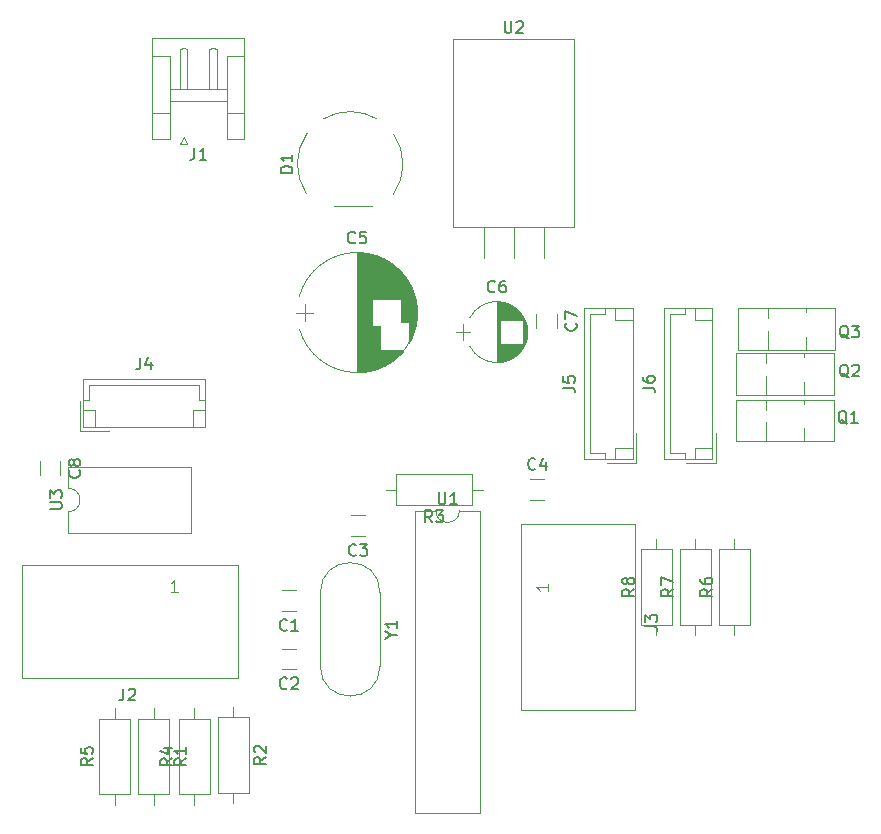
<source format=gbr>
G04 #@! TF.FileFunction,Legend,Top*
%FSLAX46Y46*%
G04 Gerber Fmt 4.6, Leading zero omitted, Abs format (unit mm)*
G04 Created by KiCad (PCBNEW 4.0.7) date 03/17/18 14:29:31*
%MOMM*%
%LPD*%
G01*
G04 APERTURE LIST*
%ADD10C,0.100000*%
%ADD11C,0.120000*%
%ADD12C,0.150000*%
G04 APERTURE END LIST*
D10*
D11*
X210086000Y-101964000D02*
X214186000Y-101964000D01*
X214186000Y-101964000D02*
X214186000Y-89164000D01*
X214186000Y-89164000D02*
X210086000Y-89164000D01*
X210086000Y-89164000D02*
X210086000Y-101964000D01*
X211836000Y-101964000D02*
X211836000Y-101464000D01*
X211836000Y-101464000D02*
X210586000Y-101464000D01*
X210586000Y-101464000D02*
X210586000Y-89664000D01*
X210586000Y-89664000D02*
X211836000Y-89664000D01*
X211836000Y-89664000D02*
X211836000Y-89164000D01*
X212686000Y-101964000D02*
X212686000Y-100964000D01*
X212686000Y-100964000D02*
X214186000Y-100964000D01*
X212686000Y-89164000D02*
X212686000Y-90164000D01*
X212686000Y-90164000D02*
X214186000Y-90164000D01*
X211986000Y-102264000D02*
X214486000Y-102264000D01*
X214486000Y-102264000D02*
X214486000Y-99764000D01*
X173986000Y-120497000D02*
X155706000Y-120497000D01*
X155706000Y-120497000D02*
X155706000Y-110897000D01*
X155706000Y-110897000D02*
X173986000Y-110897000D01*
X173986000Y-110897000D02*
X173986000Y-120497000D01*
X178915000Y-114780000D02*
X177741000Y-114780000D01*
X178915000Y-113058000D02*
X177741000Y-113058000D01*
X178915000Y-119733000D02*
X177741000Y-119733000D01*
X178915000Y-118011000D02*
X177741000Y-118011000D01*
X184757000Y-108430000D02*
X183583000Y-108430000D01*
X184757000Y-106708000D02*
X183583000Y-106708000D01*
X198783000Y-103660000D02*
X199957000Y-103660000D01*
X198783000Y-105382000D02*
X199957000Y-105382000D01*
X189008437Y-88151736D02*
G75*
G03X179210643Y-88155000I-4898437J-1383264D01*
G01*
X189008437Y-90918264D02*
G75*
G02X179210643Y-90915000I-4898437J1383264D01*
G01*
X189008437Y-90918264D02*
G75*
G03X189009357Y-88155000I-4898437J1383264D01*
G01*
X184110000Y-84485000D02*
X184110000Y-94585000D01*
X184150000Y-84485000D02*
X184150000Y-94585000D01*
X184190000Y-84485000D02*
X184190000Y-94585000D01*
X184230000Y-84486000D02*
X184230000Y-94584000D01*
X184270000Y-84487000D02*
X184270000Y-94583000D01*
X184310000Y-84488000D02*
X184310000Y-94582000D01*
X184350000Y-84490000D02*
X184350000Y-94580000D01*
X184390000Y-84492000D02*
X184390000Y-94578000D01*
X184430000Y-84495000D02*
X184430000Y-94575000D01*
X184470000Y-84497000D02*
X184470000Y-94573000D01*
X184510000Y-84500000D02*
X184510000Y-94570000D01*
X184550000Y-84504000D02*
X184550000Y-94566000D01*
X184590000Y-84507000D02*
X184590000Y-94563000D01*
X184630000Y-84511000D02*
X184630000Y-94559000D01*
X184670000Y-84515000D02*
X184670000Y-94555000D01*
X184710000Y-84520000D02*
X184710000Y-94550000D01*
X184750000Y-84525000D02*
X184750000Y-94545000D01*
X184790000Y-84530000D02*
X184790000Y-94540000D01*
X184831000Y-84536000D02*
X184831000Y-94534000D01*
X184871000Y-84542000D02*
X184871000Y-94528000D01*
X184911000Y-84548000D02*
X184911000Y-94522000D01*
X184951000Y-84554000D02*
X184951000Y-94516000D01*
X184991000Y-84561000D02*
X184991000Y-94509000D01*
X185031000Y-84568000D02*
X185031000Y-94502000D01*
X185071000Y-84576000D02*
X185071000Y-94494000D01*
X185111000Y-84584000D02*
X185111000Y-94486000D01*
X185151000Y-84592000D02*
X185151000Y-94478000D01*
X185191000Y-84600000D02*
X185191000Y-94470000D01*
X185231000Y-84609000D02*
X185231000Y-94461000D01*
X185271000Y-84618000D02*
X185271000Y-94452000D01*
X185311000Y-84628000D02*
X185311000Y-94442000D01*
X185351000Y-84638000D02*
X185351000Y-94432000D01*
X185391000Y-84648000D02*
X185391000Y-94422000D01*
X185431000Y-84659000D02*
X185431000Y-88354000D01*
X185431000Y-90716000D02*
X185431000Y-94411000D01*
X185471000Y-84670000D02*
X185471000Y-88354000D01*
X185471000Y-90716000D02*
X185471000Y-94400000D01*
X185511000Y-84681000D02*
X185511000Y-88354000D01*
X185511000Y-90716000D02*
X185511000Y-94389000D01*
X185551000Y-84692000D02*
X185551000Y-88354000D01*
X185551000Y-90716000D02*
X185551000Y-94378000D01*
X185591000Y-84704000D02*
X185591000Y-88354000D01*
X185591000Y-90716000D02*
X185591000Y-94366000D01*
X185631000Y-84717000D02*
X185631000Y-88354000D01*
X185631000Y-90716000D02*
X185631000Y-94353000D01*
X185671000Y-84729000D02*
X185671000Y-88354000D01*
X185671000Y-90716000D02*
X185671000Y-94341000D01*
X185711000Y-84743000D02*
X185711000Y-88354000D01*
X185711000Y-90716000D02*
X185711000Y-94327000D01*
X185751000Y-84756000D02*
X185751000Y-88354000D01*
X185751000Y-90716000D02*
X185751000Y-94314000D01*
X185791000Y-84770000D02*
X185791000Y-88354000D01*
X185791000Y-90716000D02*
X185791000Y-94300000D01*
X185831000Y-84784000D02*
X185831000Y-88354000D01*
X185831000Y-90716000D02*
X185831000Y-94286000D01*
X185871000Y-84798000D02*
X185871000Y-88354000D01*
X185871000Y-90716000D02*
X185871000Y-94272000D01*
X185911000Y-84813000D02*
X185911000Y-88354000D01*
X185911000Y-90716000D02*
X185911000Y-94257000D01*
X185951000Y-84829000D02*
X185951000Y-88354000D01*
X185951000Y-90716000D02*
X185951000Y-94241000D01*
X185991000Y-84844000D02*
X185991000Y-88354000D01*
X185991000Y-90716000D02*
X185991000Y-94226000D01*
X186031000Y-84861000D02*
X186031000Y-88354000D01*
X186031000Y-90716000D02*
X186031000Y-94209000D01*
X186071000Y-84877000D02*
X186071000Y-88354000D01*
X186071000Y-90716000D02*
X186071000Y-94193000D01*
X186111000Y-84894000D02*
X186111000Y-88354000D01*
X186111000Y-92715000D02*
X186111000Y-94176000D01*
X186151000Y-84911000D02*
X186151000Y-88354000D01*
X186151000Y-92715000D02*
X186151000Y-94159000D01*
X186191000Y-84929000D02*
X186191000Y-88354000D01*
X186191000Y-92715000D02*
X186191000Y-94141000D01*
X186231000Y-84947000D02*
X186231000Y-88354000D01*
X186231000Y-92715000D02*
X186231000Y-94123000D01*
X186271000Y-84966000D02*
X186271000Y-88354000D01*
X186271000Y-92715000D02*
X186271000Y-94104000D01*
X186311000Y-84985000D02*
X186311000Y-88354000D01*
X186311000Y-92715000D02*
X186311000Y-94085000D01*
X186351000Y-85004000D02*
X186351000Y-88354000D01*
X186351000Y-92715000D02*
X186351000Y-94066000D01*
X186391000Y-85024000D02*
X186391000Y-88354000D01*
X186391000Y-92715000D02*
X186391000Y-94046000D01*
X186431000Y-85044000D02*
X186431000Y-88354000D01*
X186431000Y-92715000D02*
X186431000Y-94026000D01*
X186471000Y-85065000D02*
X186471000Y-88354000D01*
X186471000Y-92715000D02*
X186471000Y-94005000D01*
X186511000Y-85086000D02*
X186511000Y-88354000D01*
X186511000Y-92715000D02*
X186511000Y-93984000D01*
X186551000Y-85107000D02*
X186551000Y-88354000D01*
X186551000Y-92715000D02*
X186551000Y-93963000D01*
X186591000Y-85130000D02*
X186591000Y-88354000D01*
X186591000Y-92715000D02*
X186591000Y-93940000D01*
X186631000Y-85152000D02*
X186631000Y-88354000D01*
X186631000Y-92715000D02*
X186631000Y-93918000D01*
X186671000Y-85175000D02*
X186671000Y-88354000D01*
X186671000Y-92715000D02*
X186671000Y-93895000D01*
X186711000Y-85199000D02*
X186711000Y-88354000D01*
X186711000Y-92715000D02*
X186711000Y-93871000D01*
X186751000Y-85223000D02*
X186751000Y-88354000D01*
X186751000Y-92715000D02*
X186751000Y-93847000D01*
X186791000Y-85247000D02*
X186791000Y-88354000D01*
X186791000Y-92715000D02*
X186791000Y-93823000D01*
X186831000Y-85272000D02*
X186831000Y-88354000D01*
X186831000Y-92715000D02*
X186831000Y-93798000D01*
X186871000Y-85298000D02*
X186871000Y-88354000D01*
X186871000Y-92715000D02*
X186871000Y-93772000D01*
X186911000Y-85324000D02*
X186911000Y-88354000D01*
X186911000Y-92715000D02*
X186911000Y-93746000D01*
X186951000Y-85350000D02*
X186951000Y-88354000D01*
X186951000Y-92715000D02*
X186951000Y-93720000D01*
X186991000Y-85378000D02*
X186991000Y-88354000D01*
X186991000Y-92715000D02*
X186991000Y-93692000D01*
X187031000Y-85405000D02*
X187031000Y-88354000D01*
X187031000Y-92715000D02*
X187031000Y-93665000D01*
X187071000Y-85434000D02*
X187071000Y-88354000D01*
X187071000Y-92715000D02*
X187071000Y-93636000D01*
X187111000Y-85463000D02*
X187111000Y-88354000D01*
X187111000Y-92715000D02*
X187111000Y-93607000D01*
X187151000Y-85492000D02*
X187151000Y-88354000D01*
X187151000Y-92715000D02*
X187151000Y-93578000D01*
X187191000Y-85522000D02*
X187191000Y-88354000D01*
X187191000Y-92715000D02*
X187191000Y-93548000D01*
X187231000Y-85553000D02*
X187231000Y-88354000D01*
X187231000Y-92715000D02*
X187231000Y-93517000D01*
X187271000Y-85584000D02*
X187271000Y-88354000D01*
X187271000Y-92715000D02*
X187271000Y-93486000D01*
X187311000Y-85616000D02*
X187311000Y-88354000D01*
X187311000Y-92715000D02*
X187311000Y-93454000D01*
X187351000Y-85649000D02*
X187351000Y-88354000D01*
X187351000Y-92715000D02*
X187351000Y-93421000D01*
X187391000Y-85682000D02*
X187391000Y-88354000D01*
X187391000Y-92715000D02*
X187391000Y-93388000D01*
X187431000Y-85716000D02*
X187431000Y-88354000D01*
X187431000Y-92715000D02*
X187431000Y-93354000D01*
X187471000Y-85751000D02*
X187471000Y-88354000D01*
X187471000Y-92715000D02*
X187471000Y-93319000D01*
X187511000Y-85787000D02*
X187511000Y-88354000D01*
X187511000Y-92715000D02*
X187511000Y-93283000D01*
X187551000Y-85823000D02*
X187551000Y-88354000D01*
X187551000Y-92715000D02*
X187551000Y-93247000D01*
X187591000Y-85860000D02*
X187591000Y-88354000D01*
X187591000Y-92715000D02*
X187591000Y-93210000D01*
X187631000Y-85898000D02*
X187631000Y-88354000D01*
X187631000Y-92715000D02*
X187631000Y-93172000D01*
X187671000Y-85937000D02*
X187671000Y-88354000D01*
X187671000Y-92715000D02*
X187671000Y-93133000D01*
X187711000Y-85976000D02*
X187711000Y-88354000D01*
X187711000Y-92715000D02*
X187711000Y-93094000D01*
X187751000Y-86017000D02*
X187751000Y-88354000D01*
X187751000Y-92715000D02*
X187751000Y-93053000D01*
X187791000Y-86058000D02*
X187791000Y-90355000D01*
X187791000Y-92715000D02*
X187791000Y-93012000D01*
X187831000Y-86100000D02*
X187831000Y-90355000D01*
X187831000Y-92715000D02*
X187831000Y-92970000D01*
X187871000Y-86144000D02*
X187871000Y-90355000D01*
X187871000Y-92715000D02*
X187871000Y-92926000D01*
X187911000Y-86188000D02*
X187911000Y-90355000D01*
X187911000Y-92715000D02*
X187911000Y-92882000D01*
X187951000Y-86233000D02*
X187951000Y-90355000D01*
X187951000Y-92715000D02*
X187951000Y-92837000D01*
X187991000Y-86280000D02*
X187991000Y-90355000D01*
X187991000Y-92715000D02*
X187991000Y-92790000D01*
X188031000Y-86328000D02*
X188031000Y-90355000D01*
X188031000Y-92715000D02*
X188031000Y-92742000D01*
X188071000Y-86377000D02*
X188071000Y-90355000D01*
X188111000Y-86427000D02*
X188111000Y-90355000D01*
X188151000Y-86478000D02*
X188151000Y-90355000D01*
X188191000Y-86531000D02*
X188191000Y-90355000D01*
X188231000Y-86586000D02*
X188231000Y-90355000D01*
X188271000Y-86641000D02*
X188271000Y-90355000D01*
X188311000Y-86699000D02*
X188311000Y-90355000D01*
X188351000Y-86758000D02*
X188351000Y-90355000D01*
X188391000Y-86820000D02*
X188391000Y-90355000D01*
X188431000Y-86883000D02*
X188431000Y-90355000D01*
X188471000Y-86948000D02*
X188471000Y-92122000D01*
X188511000Y-87016000D02*
X188511000Y-92054000D01*
X188551000Y-87086000D02*
X188551000Y-91984000D01*
X188591000Y-87158000D02*
X188591000Y-91912000D01*
X188631000Y-87234000D02*
X188631000Y-91836000D01*
X188671000Y-87313000D02*
X188671000Y-91757000D01*
X188711000Y-87395000D02*
X188711000Y-91675000D01*
X188751000Y-87482000D02*
X188751000Y-91588000D01*
X188791000Y-87573000D02*
X188791000Y-91497000D01*
X188831000Y-87669000D02*
X188831000Y-91401000D01*
X188871000Y-87772000D02*
X188871000Y-91298000D01*
X188911000Y-87881000D02*
X188911000Y-91189000D01*
X188951000Y-87999000D02*
X188951000Y-91071000D01*
X188991000Y-88128000D02*
X188991000Y-90942000D01*
X189031000Y-88270000D02*
X189031000Y-90800000D01*
X189071000Y-88431000D02*
X189071000Y-90639000D01*
X189111000Y-88622000D02*
X189111000Y-90448000D01*
X189151000Y-88863000D02*
X189151000Y-90207000D01*
X189191000Y-89256000D02*
X189191000Y-89814000D01*
X178910000Y-89535000D02*
X180410000Y-89535000D01*
X179660000Y-88785000D02*
X179660000Y-90285000D01*
X198246722Y-90006277D02*
G75*
G03X193635420Y-90006000I-2305722J-1179723D01*
G01*
X198246722Y-92365723D02*
G75*
G02X193635420Y-92366000I-2305722J1179723D01*
G01*
X198246722Y-92365723D02*
G75*
G03X198246580Y-90006000I-2305722J1179723D01*
G01*
X195941000Y-88636000D02*
X195941000Y-93736000D01*
X195981000Y-88636000D02*
X195981000Y-93736000D01*
X196021000Y-88637000D02*
X196021000Y-93735000D01*
X196061000Y-88638000D02*
X196061000Y-93734000D01*
X196101000Y-88640000D02*
X196101000Y-93732000D01*
X196141000Y-88643000D02*
X196141000Y-93729000D01*
X196181000Y-88647000D02*
X196181000Y-93725000D01*
X196221000Y-88651000D02*
X196221000Y-90206000D01*
X196221000Y-92166000D02*
X196221000Y-93721000D01*
X196261000Y-88655000D02*
X196261000Y-90206000D01*
X196261000Y-92166000D02*
X196261000Y-93717000D01*
X196301000Y-88661000D02*
X196301000Y-90206000D01*
X196301000Y-92166000D02*
X196301000Y-93711000D01*
X196341000Y-88667000D02*
X196341000Y-90206000D01*
X196341000Y-92166000D02*
X196341000Y-93705000D01*
X196381000Y-88673000D02*
X196381000Y-90206000D01*
X196381000Y-92166000D02*
X196381000Y-93699000D01*
X196421000Y-88680000D02*
X196421000Y-90206000D01*
X196421000Y-92166000D02*
X196421000Y-93692000D01*
X196461000Y-88688000D02*
X196461000Y-90206000D01*
X196461000Y-92166000D02*
X196461000Y-93684000D01*
X196501000Y-88697000D02*
X196501000Y-90206000D01*
X196501000Y-92166000D02*
X196501000Y-93675000D01*
X196541000Y-88706000D02*
X196541000Y-90206000D01*
X196541000Y-92166000D02*
X196541000Y-93666000D01*
X196581000Y-88716000D02*
X196581000Y-90206000D01*
X196581000Y-92166000D02*
X196581000Y-93656000D01*
X196621000Y-88726000D02*
X196621000Y-90206000D01*
X196621000Y-92166000D02*
X196621000Y-93646000D01*
X196662000Y-88738000D02*
X196662000Y-90206000D01*
X196662000Y-92166000D02*
X196662000Y-93634000D01*
X196702000Y-88750000D02*
X196702000Y-90206000D01*
X196702000Y-92166000D02*
X196702000Y-93622000D01*
X196742000Y-88762000D02*
X196742000Y-90206000D01*
X196742000Y-92166000D02*
X196742000Y-93610000D01*
X196782000Y-88776000D02*
X196782000Y-90206000D01*
X196782000Y-92166000D02*
X196782000Y-93596000D01*
X196822000Y-88790000D02*
X196822000Y-90206000D01*
X196822000Y-92166000D02*
X196822000Y-93582000D01*
X196862000Y-88804000D02*
X196862000Y-90206000D01*
X196862000Y-92166000D02*
X196862000Y-93568000D01*
X196902000Y-88820000D02*
X196902000Y-90206000D01*
X196902000Y-92166000D02*
X196902000Y-93552000D01*
X196942000Y-88836000D02*
X196942000Y-90206000D01*
X196942000Y-92166000D02*
X196942000Y-93536000D01*
X196982000Y-88853000D02*
X196982000Y-90206000D01*
X196982000Y-92166000D02*
X196982000Y-93519000D01*
X197022000Y-88871000D02*
X197022000Y-90206000D01*
X197022000Y-92166000D02*
X197022000Y-93501000D01*
X197062000Y-88890000D02*
X197062000Y-90206000D01*
X197062000Y-92166000D02*
X197062000Y-93482000D01*
X197102000Y-88910000D02*
X197102000Y-90206000D01*
X197102000Y-92166000D02*
X197102000Y-93462000D01*
X197142000Y-88930000D02*
X197142000Y-90206000D01*
X197142000Y-92166000D02*
X197142000Y-93442000D01*
X197182000Y-88952000D02*
X197182000Y-90206000D01*
X197182000Y-92166000D02*
X197182000Y-93420000D01*
X197222000Y-88974000D02*
X197222000Y-90206000D01*
X197222000Y-92166000D02*
X197222000Y-93398000D01*
X197262000Y-88997000D02*
X197262000Y-90206000D01*
X197262000Y-92166000D02*
X197262000Y-93375000D01*
X197302000Y-89021000D02*
X197302000Y-90206000D01*
X197302000Y-92166000D02*
X197302000Y-93351000D01*
X197342000Y-89046000D02*
X197342000Y-90206000D01*
X197342000Y-92166000D02*
X197342000Y-93326000D01*
X197382000Y-89073000D02*
X197382000Y-90206000D01*
X197382000Y-92166000D02*
X197382000Y-93299000D01*
X197422000Y-89100000D02*
X197422000Y-90206000D01*
X197422000Y-92166000D02*
X197422000Y-93272000D01*
X197462000Y-89128000D02*
X197462000Y-90206000D01*
X197462000Y-92166000D02*
X197462000Y-93244000D01*
X197502000Y-89158000D02*
X197502000Y-90206000D01*
X197502000Y-92166000D02*
X197502000Y-93214000D01*
X197542000Y-89189000D02*
X197542000Y-90206000D01*
X197542000Y-92166000D02*
X197542000Y-93183000D01*
X197582000Y-89221000D02*
X197582000Y-90206000D01*
X197582000Y-92166000D02*
X197582000Y-93151000D01*
X197622000Y-89254000D02*
X197622000Y-90206000D01*
X197622000Y-92166000D02*
X197622000Y-93118000D01*
X197662000Y-89289000D02*
X197662000Y-90206000D01*
X197662000Y-92166000D02*
X197662000Y-93083000D01*
X197702000Y-89325000D02*
X197702000Y-90206000D01*
X197702000Y-92166000D02*
X197702000Y-93047000D01*
X197742000Y-89363000D02*
X197742000Y-90206000D01*
X197742000Y-92166000D02*
X197742000Y-93009000D01*
X197782000Y-89403000D02*
X197782000Y-90206000D01*
X197782000Y-92166000D02*
X197782000Y-92969000D01*
X197822000Y-89444000D02*
X197822000Y-90206000D01*
X197822000Y-92166000D02*
X197822000Y-92928000D01*
X197862000Y-89487000D02*
X197862000Y-90206000D01*
X197862000Y-92166000D02*
X197862000Y-92885000D01*
X197902000Y-89532000D02*
X197902000Y-90206000D01*
X197902000Y-92166000D02*
X197902000Y-92840000D01*
X197942000Y-89580000D02*
X197942000Y-90206000D01*
X197942000Y-92166000D02*
X197942000Y-92792000D01*
X197982000Y-89630000D02*
X197982000Y-90206000D01*
X197982000Y-92166000D02*
X197982000Y-92742000D01*
X198022000Y-89682000D02*
X198022000Y-90206000D01*
X198022000Y-92166000D02*
X198022000Y-92690000D01*
X198062000Y-89738000D02*
X198062000Y-90206000D01*
X198062000Y-92166000D02*
X198062000Y-92634000D01*
X198102000Y-89796000D02*
X198102000Y-90206000D01*
X198102000Y-92166000D02*
X198102000Y-92576000D01*
X198142000Y-89859000D02*
X198142000Y-90206000D01*
X198142000Y-92166000D02*
X198142000Y-92513000D01*
X198182000Y-89925000D02*
X198182000Y-92447000D01*
X198222000Y-89997000D02*
X198222000Y-92375000D01*
X198262000Y-90074000D02*
X198262000Y-92298000D01*
X198302000Y-90158000D02*
X198302000Y-92214000D01*
X198342000Y-90252000D02*
X198342000Y-92120000D01*
X198382000Y-90357000D02*
X198382000Y-92015000D01*
X198422000Y-90479000D02*
X198422000Y-91893000D01*
X198462000Y-90627000D02*
X198462000Y-91745000D01*
X198502000Y-90832000D02*
X198502000Y-91540000D01*
X192491000Y-91186000D02*
X193691000Y-91186000D01*
X193091000Y-90536000D02*
X193091000Y-91836000D01*
X201013000Y-89690000D02*
X201013000Y-90864000D01*
X199291000Y-89690000D02*
X199291000Y-90864000D01*
X158976000Y-102136000D02*
X158976000Y-103310000D01*
X157254000Y-102136000D02*
X157254000Y-103310000D01*
X182175000Y-80502000D02*
X185375000Y-80502000D01*
X187161479Y-79554157D02*
G75*
G03X187198000Y-74422000I-3646479J2592157D01*
G01*
X185805818Y-73154895D02*
G75*
G03X181229000Y-73152000I-2290818J-3807105D01*
G01*
X179868521Y-74369843D02*
G75*
G03X179832000Y-79502000I3646479J-2592157D01*
G01*
X168268000Y-72602000D02*
X168268000Y-74802000D01*
X168268000Y-74802000D02*
X166768000Y-74802000D01*
X166768000Y-74802000D02*
X166768000Y-66302000D01*
X166768000Y-66302000D02*
X174568000Y-66302000D01*
X174568000Y-66302000D02*
X174568000Y-74802000D01*
X174568000Y-74802000D02*
X173068000Y-74802000D01*
X173068000Y-74802000D02*
X173068000Y-72602000D01*
X166768000Y-67802000D02*
X168268000Y-67802000D01*
X168268000Y-67802000D02*
X168268000Y-72602000D01*
X168268000Y-72602000D02*
X166768000Y-72602000D01*
X174568000Y-67802000D02*
X173068000Y-67802000D01*
X173068000Y-67802000D02*
X173068000Y-72602000D01*
X173068000Y-72602000D02*
X174568000Y-72602000D01*
X168268000Y-70652000D02*
X173068000Y-70652000D01*
X168268000Y-71652000D02*
X173068000Y-71652000D01*
X169418000Y-70652000D02*
X169098000Y-70652000D01*
X169098000Y-70652000D02*
X169098000Y-67232000D01*
X169098000Y-67232000D02*
X169418000Y-67152000D01*
X169418000Y-67152000D02*
X169738000Y-67232000D01*
X169738000Y-67232000D02*
X169738000Y-70652000D01*
X169738000Y-70652000D02*
X169418000Y-70652000D01*
X171918000Y-70652000D02*
X171598000Y-70652000D01*
X171598000Y-70652000D02*
X171598000Y-67232000D01*
X171598000Y-67232000D02*
X171918000Y-67152000D01*
X171918000Y-67152000D02*
X172238000Y-67232000D01*
X172238000Y-67232000D02*
X172238000Y-70652000D01*
X172238000Y-70652000D02*
X171918000Y-70652000D01*
X169418000Y-74652000D02*
X169118000Y-75252000D01*
X169118000Y-75252000D02*
X169718000Y-75252000D01*
X169718000Y-75252000D02*
X169418000Y-74652000D01*
X207619000Y-107446000D02*
X207619000Y-123186000D01*
X207619000Y-123186000D02*
X198019000Y-123186000D01*
X198019000Y-123186000D02*
X198019000Y-107446000D01*
X198019000Y-107446000D02*
X207619000Y-107446000D01*
X160926000Y-95151000D02*
X160926000Y-99251000D01*
X160926000Y-99251000D02*
X171226000Y-99251000D01*
X171226000Y-99251000D02*
X171226000Y-95151000D01*
X171226000Y-95151000D02*
X160926000Y-95151000D01*
X160926000Y-96901000D02*
X161426000Y-96901000D01*
X161426000Y-96901000D02*
X161426000Y-95651000D01*
X161426000Y-95651000D02*
X170726000Y-95651000D01*
X170726000Y-95651000D02*
X170726000Y-96901000D01*
X170726000Y-96901000D02*
X171226000Y-96901000D01*
X160926000Y-97751000D02*
X161926000Y-97751000D01*
X161926000Y-97751000D02*
X161926000Y-99251000D01*
X171226000Y-97751000D02*
X170226000Y-97751000D01*
X170226000Y-97751000D02*
X170226000Y-99251000D01*
X160626000Y-97051000D02*
X160626000Y-99551000D01*
X160626000Y-99551000D02*
X163126000Y-99551000D01*
X203355000Y-101964000D02*
X207455000Y-101964000D01*
X207455000Y-101964000D02*
X207455000Y-89164000D01*
X207455000Y-89164000D02*
X203355000Y-89164000D01*
X203355000Y-89164000D02*
X203355000Y-101964000D01*
X205105000Y-101964000D02*
X205105000Y-101464000D01*
X205105000Y-101464000D02*
X203855000Y-101464000D01*
X203855000Y-101464000D02*
X203855000Y-89664000D01*
X203855000Y-89664000D02*
X205105000Y-89664000D01*
X205105000Y-89664000D02*
X205105000Y-89164000D01*
X205955000Y-101964000D02*
X205955000Y-100964000D01*
X205955000Y-100964000D02*
X207455000Y-100964000D01*
X205955000Y-89164000D02*
X205955000Y-90164000D01*
X205955000Y-90164000D02*
X207455000Y-90164000D01*
X205255000Y-102264000D02*
X207755000Y-102264000D01*
X207755000Y-102264000D02*
X207755000Y-99764000D01*
X168188000Y-123917000D02*
X165568000Y-123917000D01*
X165568000Y-123917000D02*
X165568000Y-130337000D01*
X165568000Y-130337000D02*
X168188000Y-130337000D01*
X168188000Y-130337000D02*
X168188000Y-123917000D01*
X166878000Y-123027000D02*
X166878000Y-123917000D01*
X166878000Y-131227000D02*
X166878000Y-130337000D01*
X174919000Y-123790000D02*
X172299000Y-123790000D01*
X172299000Y-123790000D02*
X172299000Y-130210000D01*
X172299000Y-130210000D02*
X174919000Y-130210000D01*
X174919000Y-130210000D02*
X174919000Y-123790000D01*
X173609000Y-122900000D02*
X173609000Y-123790000D01*
X173609000Y-131100000D02*
X173609000Y-130210000D01*
X193837000Y-105831000D02*
X193837000Y-103211000D01*
X193837000Y-103211000D02*
X187417000Y-103211000D01*
X187417000Y-103211000D02*
X187417000Y-105831000D01*
X187417000Y-105831000D02*
X193837000Y-105831000D01*
X194727000Y-104521000D02*
X193837000Y-104521000D01*
X186527000Y-104521000D02*
X187417000Y-104521000D01*
X168997000Y-130337000D02*
X171617000Y-130337000D01*
X171617000Y-130337000D02*
X171617000Y-123917000D01*
X171617000Y-123917000D02*
X168997000Y-123917000D01*
X168997000Y-123917000D02*
X168997000Y-130337000D01*
X170307000Y-131227000D02*
X170307000Y-130337000D01*
X170307000Y-123027000D02*
X170307000Y-123917000D01*
X162266000Y-130337000D02*
X164886000Y-130337000D01*
X164886000Y-130337000D02*
X164886000Y-123917000D01*
X164886000Y-123917000D02*
X162266000Y-123917000D01*
X162266000Y-123917000D02*
X162266000Y-130337000D01*
X163576000Y-131227000D02*
X163576000Y-130337000D01*
X163576000Y-123027000D02*
X163576000Y-123917000D01*
X214717000Y-115986000D02*
X217337000Y-115986000D01*
X217337000Y-115986000D02*
X217337000Y-109566000D01*
X217337000Y-109566000D02*
X214717000Y-109566000D01*
X214717000Y-109566000D02*
X214717000Y-115986000D01*
X216027000Y-116876000D02*
X216027000Y-115986000D01*
X216027000Y-108676000D02*
X216027000Y-109566000D01*
X211415000Y-115986000D02*
X214035000Y-115986000D01*
X214035000Y-115986000D02*
X214035000Y-109566000D01*
X214035000Y-109566000D02*
X211415000Y-109566000D01*
X211415000Y-109566000D02*
X211415000Y-115986000D01*
X212725000Y-116876000D02*
X212725000Y-115986000D01*
X212725000Y-108676000D02*
X212725000Y-109566000D01*
X208113000Y-115986000D02*
X210733000Y-115986000D01*
X210733000Y-115986000D02*
X210733000Y-109566000D01*
X210733000Y-109566000D02*
X208113000Y-109566000D01*
X208113000Y-109566000D02*
X208113000Y-115986000D01*
X209423000Y-116876000D02*
X209423000Y-115986000D01*
X209423000Y-108676000D02*
X209423000Y-109566000D01*
X190770000Y-106306000D02*
X189000000Y-106306000D01*
X189000000Y-106306000D02*
X189000000Y-131946000D01*
X189000000Y-131946000D02*
X194540000Y-131946000D01*
X194540000Y-131946000D02*
X194540000Y-106306000D01*
X194540000Y-106306000D02*
X192770000Y-106306000D01*
X192770000Y-106306000D02*
G75*
G02X190770000Y-106306000I-1000000J0D01*
G01*
X192238000Y-82289000D02*
X202478000Y-82289000D01*
X192238000Y-66399000D02*
X202478000Y-66399000D01*
X192238000Y-66399000D02*
X192238000Y-82289000D01*
X202478000Y-66399000D02*
X202478000Y-82289000D01*
X194818000Y-82289000D02*
X194818000Y-84929000D01*
X197358000Y-82289000D02*
X197358000Y-84913000D01*
X199898000Y-82289000D02*
X199898000Y-84913000D01*
X186040000Y-113234000D02*
X186040000Y-119484000D01*
X180990000Y-113234000D02*
X180990000Y-119484000D01*
X180990000Y-113234000D02*
G75*
G02X186040000Y-113234000I2525000J0D01*
G01*
X180990000Y-119484000D02*
G75*
G03X186040000Y-119484000I2525000J0D01*
G01*
X159646000Y-106410000D02*
X159646000Y-108180000D01*
X159646000Y-108180000D02*
X170046000Y-108180000D01*
X170046000Y-108180000D02*
X170046000Y-102640000D01*
X170046000Y-102640000D02*
X159646000Y-102640000D01*
X159646000Y-102640000D02*
X159646000Y-104410000D01*
X159646000Y-104410000D02*
G75*
G02X159646000Y-106410000I0J-1000000D01*
G01*
X224465000Y-100418000D02*
X216225000Y-100418000D01*
X224465000Y-96928000D02*
X216225000Y-96928000D01*
X224465000Y-100418000D02*
X224465000Y-96928000D01*
X216225000Y-100418000D02*
X216225000Y-96928000D01*
X221945000Y-100418000D02*
X221945000Y-99348000D01*
X221945000Y-97248000D02*
X221945000Y-96928000D01*
X218744000Y-100418000D02*
X218744000Y-98838000D01*
X218744000Y-97758000D02*
X218744000Y-96928000D01*
X224465000Y-96481000D02*
X216225000Y-96481000D01*
X224465000Y-92991000D02*
X216225000Y-92991000D01*
X224465000Y-96481000D02*
X224465000Y-92991000D01*
X216225000Y-96481000D02*
X216225000Y-92991000D01*
X221945000Y-96481000D02*
X221945000Y-95411000D01*
X221945000Y-93311000D02*
X221945000Y-92991000D01*
X218744000Y-96481000D02*
X218744000Y-94901000D01*
X218744000Y-93821000D02*
X218744000Y-92991000D01*
X224592000Y-92671000D02*
X216352000Y-92671000D01*
X224592000Y-89181000D02*
X216352000Y-89181000D01*
X224592000Y-92671000D02*
X224592000Y-89181000D01*
X216352000Y-92671000D02*
X216352000Y-89181000D01*
X222072000Y-92671000D02*
X222072000Y-91601000D01*
X222072000Y-89501000D02*
X222072000Y-89181000D01*
X218871000Y-92671000D02*
X218871000Y-91091000D01*
X218871000Y-90011000D02*
X218871000Y-89181000D01*
D12*
X208288381Y-95897333D02*
X209002667Y-95897333D01*
X209145524Y-95944953D01*
X209240762Y-96040191D01*
X209288381Y-96183048D01*
X209288381Y-96278286D01*
X208288381Y-94992571D02*
X208288381Y-95183048D01*
X208336000Y-95278286D01*
X208383619Y-95325905D01*
X208526476Y-95421143D01*
X208716952Y-95468762D01*
X209097905Y-95468762D01*
X209193143Y-95421143D01*
X209240762Y-95373524D01*
X209288381Y-95278286D01*
X209288381Y-95087809D01*
X209240762Y-94992571D01*
X209193143Y-94944952D01*
X209097905Y-94897333D01*
X208859810Y-94897333D01*
X208764571Y-94944952D01*
X208716952Y-94992571D01*
X208669333Y-95087809D01*
X208669333Y-95278286D01*
X208716952Y-95373524D01*
X208764571Y-95421143D01*
X208859810Y-95468762D01*
X164322667Y-121379381D02*
X164322667Y-122093667D01*
X164275047Y-122236524D01*
X164179809Y-122331762D01*
X164036952Y-122379381D01*
X163941714Y-122379381D01*
X164751238Y-121474619D02*
X164798857Y-121427000D01*
X164894095Y-121379381D01*
X165132191Y-121379381D01*
X165227429Y-121427000D01*
X165275048Y-121474619D01*
X165322667Y-121569857D01*
X165322667Y-121665095D01*
X165275048Y-121807952D01*
X164703619Y-122379381D01*
X165322667Y-122379381D01*
D11*
X168921715Y-113159381D02*
X168350286Y-113159381D01*
X168636000Y-113159381D02*
X168636000Y-112159381D01*
X168540762Y-112302238D01*
X168445524Y-112397476D01*
X168350286Y-112445095D01*
D12*
X178161334Y-116386143D02*
X178113715Y-116433762D01*
X177970858Y-116481381D01*
X177875620Y-116481381D01*
X177732762Y-116433762D01*
X177637524Y-116338524D01*
X177589905Y-116243286D01*
X177542286Y-116052810D01*
X177542286Y-115909952D01*
X177589905Y-115719476D01*
X177637524Y-115624238D01*
X177732762Y-115529000D01*
X177875620Y-115481381D01*
X177970858Y-115481381D01*
X178113715Y-115529000D01*
X178161334Y-115576619D01*
X179113715Y-116481381D02*
X178542286Y-116481381D01*
X178828000Y-116481381D02*
X178828000Y-115481381D01*
X178732762Y-115624238D01*
X178637524Y-115719476D01*
X178542286Y-115767095D01*
X178161334Y-121339143D02*
X178113715Y-121386762D01*
X177970858Y-121434381D01*
X177875620Y-121434381D01*
X177732762Y-121386762D01*
X177637524Y-121291524D01*
X177589905Y-121196286D01*
X177542286Y-121005810D01*
X177542286Y-120862952D01*
X177589905Y-120672476D01*
X177637524Y-120577238D01*
X177732762Y-120482000D01*
X177875620Y-120434381D01*
X177970858Y-120434381D01*
X178113715Y-120482000D01*
X178161334Y-120529619D01*
X178542286Y-120529619D02*
X178589905Y-120482000D01*
X178685143Y-120434381D01*
X178923239Y-120434381D01*
X179018477Y-120482000D01*
X179066096Y-120529619D01*
X179113715Y-120624857D01*
X179113715Y-120720095D01*
X179066096Y-120862952D01*
X178494667Y-121434381D01*
X179113715Y-121434381D01*
X184003334Y-110036143D02*
X183955715Y-110083762D01*
X183812858Y-110131381D01*
X183717620Y-110131381D01*
X183574762Y-110083762D01*
X183479524Y-109988524D01*
X183431905Y-109893286D01*
X183384286Y-109702810D01*
X183384286Y-109559952D01*
X183431905Y-109369476D01*
X183479524Y-109274238D01*
X183574762Y-109179000D01*
X183717620Y-109131381D01*
X183812858Y-109131381D01*
X183955715Y-109179000D01*
X184003334Y-109226619D01*
X184336667Y-109131381D02*
X184955715Y-109131381D01*
X184622381Y-109512333D01*
X184765239Y-109512333D01*
X184860477Y-109559952D01*
X184908096Y-109607571D01*
X184955715Y-109702810D01*
X184955715Y-109940905D01*
X184908096Y-110036143D01*
X184860477Y-110083762D01*
X184765239Y-110131381D01*
X184479524Y-110131381D01*
X184384286Y-110083762D01*
X184336667Y-110036143D01*
X199203334Y-102768143D02*
X199155715Y-102815762D01*
X199012858Y-102863381D01*
X198917620Y-102863381D01*
X198774762Y-102815762D01*
X198679524Y-102720524D01*
X198631905Y-102625286D01*
X198584286Y-102434810D01*
X198584286Y-102291952D01*
X198631905Y-102101476D01*
X198679524Y-102006238D01*
X198774762Y-101911000D01*
X198917620Y-101863381D01*
X199012858Y-101863381D01*
X199155715Y-101911000D01*
X199203334Y-101958619D01*
X200060477Y-102196714D02*
X200060477Y-102863381D01*
X199822381Y-101815762D02*
X199584286Y-102530048D01*
X200203334Y-102530048D01*
X183943334Y-83582143D02*
X183895715Y-83629762D01*
X183752858Y-83677381D01*
X183657620Y-83677381D01*
X183514762Y-83629762D01*
X183419524Y-83534524D01*
X183371905Y-83439286D01*
X183324286Y-83248810D01*
X183324286Y-83105952D01*
X183371905Y-82915476D01*
X183419524Y-82820238D01*
X183514762Y-82725000D01*
X183657620Y-82677381D01*
X183752858Y-82677381D01*
X183895715Y-82725000D01*
X183943334Y-82772619D01*
X184848096Y-82677381D02*
X184371905Y-82677381D01*
X184324286Y-83153571D01*
X184371905Y-83105952D01*
X184467143Y-83058333D01*
X184705239Y-83058333D01*
X184800477Y-83105952D01*
X184848096Y-83153571D01*
X184895715Y-83248810D01*
X184895715Y-83486905D01*
X184848096Y-83582143D01*
X184800477Y-83629762D01*
X184705239Y-83677381D01*
X184467143Y-83677381D01*
X184371905Y-83629762D01*
X184324286Y-83582143D01*
X195774334Y-87733143D02*
X195726715Y-87780762D01*
X195583858Y-87828381D01*
X195488620Y-87828381D01*
X195345762Y-87780762D01*
X195250524Y-87685524D01*
X195202905Y-87590286D01*
X195155286Y-87399810D01*
X195155286Y-87256952D01*
X195202905Y-87066476D01*
X195250524Y-86971238D01*
X195345762Y-86876000D01*
X195488620Y-86828381D01*
X195583858Y-86828381D01*
X195726715Y-86876000D01*
X195774334Y-86923619D01*
X196631477Y-86828381D02*
X196441000Y-86828381D01*
X196345762Y-86876000D01*
X196298143Y-86923619D01*
X196202905Y-87066476D01*
X196155286Y-87256952D01*
X196155286Y-87637905D01*
X196202905Y-87733143D01*
X196250524Y-87780762D01*
X196345762Y-87828381D01*
X196536239Y-87828381D01*
X196631477Y-87780762D01*
X196679096Y-87733143D01*
X196726715Y-87637905D01*
X196726715Y-87399810D01*
X196679096Y-87304571D01*
X196631477Y-87256952D01*
X196536239Y-87209333D01*
X196345762Y-87209333D01*
X196250524Y-87256952D01*
X196202905Y-87304571D01*
X196155286Y-87399810D01*
X202619143Y-90443666D02*
X202666762Y-90491285D01*
X202714381Y-90634142D01*
X202714381Y-90729380D01*
X202666762Y-90872238D01*
X202571524Y-90967476D01*
X202476286Y-91015095D01*
X202285810Y-91062714D01*
X202142952Y-91062714D01*
X201952476Y-91015095D01*
X201857238Y-90967476D01*
X201762000Y-90872238D01*
X201714381Y-90729380D01*
X201714381Y-90634142D01*
X201762000Y-90491285D01*
X201809619Y-90443666D01*
X201714381Y-90110333D02*
X201714381Y-89443666D01*
X202714381Y-89872238D01*
X160582143Y-102889666D02*
X160629762Y-102937285D01*
X160677381Y-103080142D01*
X160677381Y-103175380D01*
X160629762Y-103318238D01*
X160534524Y-103413476D01*
X160439286Y-103461095D01*
X160248810Y-103508714D01*
X160105952Y-103508714D01*
X159915476Y-103461095D01*
X159820238Y-103413476D01*
X159725000Y-103318238D01*
X159677381Y-103175380D01*
X159677381Y-103080142D01*
X159725000Y-102937285D01*
X159772619Y-102889666D01*
X160105952Y-102318238D02*
X160058333Y-102413476D01*
X160010714Y-102461095D01*
X159915476Y-102508714D01*
X159867857Y-102508714D01*
X159772619Y-102461095D01*
X159725000Y-102413476D01*
X159677381Y-102318238D01*
X159677381Y-102127761D01*
X159725000Y-102032523D01*
X159772619Y-101984904D01*
X159867857Y-101937285D01*
X159915476Y-101937285D01*
X160010714Y-101984904D01*
X160058333Y-102032523D01*
X160105952Y-102127761D01*
X160105952Y-102318238D01*
X160153571Y-102413476D01*
X160201190Y-102461095D01*
X160296429Y-102508714D01*
X160486905Y-102508714D01*
X160582143Y-102461095D01*
X160629762Y-102413476D01*
X160677381Y-102318238D01*
X160677381Y-102127761D01*
X160629762Y-102032523D01*
X160582143Y-101984904D01*
X160486905Y-101937285D01*
X160296429Y-101937285D01*
X160201190Y-101984904D01*
X160153571Y-102032523D01*
X160105952Y-102127761D01*
X178633381Y-77700095D02*
X177633381Y-77700095D01*
X177633381Y-77462000D01*
X177681000Y-77319142D01*
X177776238Y-77223904D01*
X177871476Y-77176285D01*
X178061952Y-77128666D01*
X178204810Y-77128666D01*
X178395286Y-77176285D01*
X178490524Y-77223904D01*
X178585762Y-77319142D01*
X178633381Y-77462000D01*
X178633381Y-77700095D01*
X178633381Y-76176285D02*
X178633381Y-76747714D01*
X178633381Y-76462000D02*
X177633381Y-76462000D01*
X177776238Y-76557238D01*
X177871476Y-76652476D01*
X177919095Y-76747714D01*
X170334667Y-75604381D02*
X170334667Y-76318667D01*
X170287047Y-76461524D01*
X170191809Y-76556762D01*
X170048952Y-76604381D01*
X169953714Y-76604381D01*
X171334667Y-76604381D02*
X170763238Y-76604381D01*
X171048952Y-76604381D02*
X171048952Y-75604381D01*
X170953714Y-75747238D01*
X170858476Y-75842476D01*
X170763238Y-75890095D01*
X208501381Y-116109333D02*
X209215667Y-116109333D01*
X209358524Y-116156953D01*
X209453762Y-116252191D01*
X209501381Y-116395048D01*
X209501381Y-116490286D01*
X208501381Y-115728381D02*
X208501381Y-115109333D01*
X208882333Y-115442667D01*
X208882333Y-115299809D01*
X208929952Y-115204571D01*
X208977571Y-115156952D01*
X209072810Y-115109333D01*
X209310905Y-115109333D01*
X209406143Y-115156952D01*
X209453762Y-115204571D01*
X209501381Y-115299809D01*
X209501381Y-115585524D01*
X209453762Y-115680762D01*
X209406143Y-115728381D01*
D11*
X200281381Y-112510285D02*
X200281381Y-113081714D01*
X200281381Y-112796000D02*
X199281381Y-112796000D01*
X199424238Y-112891238D01*
X199519476Y-112986476D01*
X199567095Y-113081714D01*
D12*
X165742667Y-93353381D02*
X165742667Y-94067667D01*
X165695047Y-94210524D01*
X165599809Y-94305762D01*
X165456952Y-94353381D01*
X165361714Y-94353381D01*
X166647429Y-93686714D02*
X166647429Y-94353381D01*
X166409333Y-93305762D02*
X166171238Y-94020048D01*
X166790286Y-94020048D01*
X201557381Y-95897333D02*
X202271667Y-95897333D01*
X202414524Y-95944953D01*
X202509762Y-96040191D01*
X202557381Y-96183048D01*
X202557381Y-96278286D01*
X201557381Y-94944952D02*
X201557381Y-95421143D01*
X202033571Y-95468762D01*
X201985952Y-95421143D01*
X201938333Y-95325905D01*
X201938333Y-95087809D01*
X201985952Y-94992571D01*
X202033571Y-94944952D01*
X202128810Y-94897333D01*
X202366905Y-94897333D01*
X202462143Y-94944952D01*
X202509762Y-94992571D01*
X202557381Y-95087809D01*
X202557381Y-95325905D01*
X202509762Y-95421143D01*
X202462143Y-95468762D01*
X169640381Y-127293666D02*
X169164190Y-127627000D01*
X169640381Y-127865095D02*
X168640381Y-127865095D01*
X168640381Y-127484142D01*
X168688000Y-127388904D01*
X168735619Y-127341285D01*
X168830857Y-127293666D01*
X168973714Y-127293666D01*
X169068952Y-127341285D01*
X169116571Y-127388904D01*
X169164190Y-127484142D01*
X169164190Y-127865095D01*
X169640381Y-126341285D02*
X169640381Y-126912714D01*
X169640381Y-126627000D02*
X168640381Y-126627000D01*
X168783238Y-126722238D01*
X168878476Y-126817476D01*
X168926095Y-126912714D01*
X176371381Y-127166666D02*
X175895190Y-127500000D01*
X176371381Y-127738095D02*
X175371381Y-127738095D01*
X175371381Y-127357142D01*
X175419000Y-127261904D01*
X175466619Y-127214285D01*
X175561857Y-127166666D01*
X175704714Y-127166666D01*
X175799952Y-127214285D01*
X175847571Y-127261904D01*
X175895190Y-127357142D01*
X175895190Y-127738095D01*
X175466619Y-126785714D02*
X175419000Y-126738095D01*
X175371381Y-126642857D01*
X175371381Y-126404761D01*
X175419000Y-126309523D01*
X175466619Y-126261904D01*
X175561857Y-126214285D01*
X175657095Y-126214285D01*
X175799952Y-126261904D01*
X176371381Y-126833333D01*
X176371381Y-126214285D01*
X190460334Y-107283381D02*
X190127000Y-106807190D01*
X189888905Y-107283381D02*
X189888905Y-106283381D01*
X190269858Y-106283381D01*
X190365096Y-106331000D01*
X190412715Y-106378619D01*
X190460334Y-106473857D01*
X190460334Y-106616714D01*
X190412715Y-106711952D01*
X190365096Y-106759571D01*
X190269858Y-106807190D01*
X189888905Y-106807190D01*
X190793667Y-106283381D02*
X191412715Y-106283381D01*
X191079381Y-106664333D01*
X191222239Y-106664333D01*
X191317477Y-106711952D01*
X191365096Y-106759571D01*
X191412715Y-106854810D01*
X191412715Y-107092905D01*
X191365096Y-107188143D01*
X191317477Y-107235762D01*
X191222239Y-107283381D01*
X190936524Y-107283381D01*
X190841286Y-107235762D01*
X190793667Y-107188143D01*
X168449381Y-127293666D02*
X167973190Y-127627000D01*
X168449381Y-127865095D02*
X167449381Y-127865095D01*
X167449381Y-127484142D01*
X167497000Y-127388904D01*
X167544619Y-127341285D01*
X167639857Y-127293666D01*
X167782714Y-127293666D01*
X167877952Y-127341285D01*
X167925571Y-127388904D01*
X167973190Y-127484142D01*
X167973190Y-127865095D01*
X167782714Y-126436523D02*
X168449381Y-126436523D01*
X167401762Y-126674619D02*
X168116048Y-126912714D01*
X168116048Y-126293666D01*
X161718381Y-127293666D02*
X161242190Y-127627000D01*
X161718381Y-127865095D02*
X160718381Y-127865095D01*
X160718381Y-127484142D01*
X160766000Y-127388904D01*
X160813619Y-127341285D01*
X160908857Y-127293666D01*
X161051714Y-127293666D01*
X161146952Y-127341285D01*
X161194571Y-127388904D01*
X161242190Y-127484142D01*
X161242190Y-127865095D01*
X160718381Y-126388904D02*
X160718381Y-126865095D01*
X161194571Y-126912714D01*
X161146952Y-126865095D01*
X161099333Y-126769857D01*
X161099333Y-126531761D01*
X161146952Y-126436523D01*
X161194571Y-126388904D01*
X161289810Y-126341285D01*
X161527905Y-126341285D01*
X161623143Y-126388904D01*
X161670762Y-126436523D01*
X161718381Y-126531761D01*
X161718381Y-126769857D01*
X161670762Y-126865095D01*
X161623143Y-126912714D01*
X214169381Y-112942666D02*
X213693190Y-113276000D01*
X214169381Y-113514095D02*
X213169381Y-113514095D01*
X213169381Y-113133142D01*
X213217000Y-113037904D01*
X213264619Y-112990285D01*
X213359857Y-112942666D01*
X213502714Y-112942666D01*
X213597952Y-112990285D01*
X213645571Y-113037904D01*
X213693190Y-113133142D01*
X213693190Y-113514095D01*
X213169381Y-112085523D02*
X213169381Y-112276000D01*
X213217000Y-112371238D01*
X213264619Y-112418857D01*
X213407476Y-112514095D01*
X213597952Y-112561714D01*
X213978905Y-112561714D01*
X214074143Y-112514095D01*
X214121762Y-112466476D01*
X214169381Y-112371238D01*
X214169381Y-112180761D01*
X214121762Y-112085523D01*
X214074143Y-112037904D01*
X213978905Y-111990285D01*
X213740810Y-111990285D01*
X213645571Y-112037904D01*
X213597952Y-112085523D01*
X213550333Y-112180761D01*
X213550333Y-112371238D01*
X213597952Y-112466476D01*
X213645571Y-112514095D01*
X213740810Y-112561714D01*
X210867381Y-112942666D02*
X210391190Y-113276000D01*
X210867381Y-113514095D02*
X209867381Y-113514095D01*
X209867381Y-113133142D01*
X209915000Y-113037904D01*
X209962619Y-112990285D01*
X210057857Y-112942666D01*
X210200714Y-112942666D01*
X210295952Y-112990285D01*
X210343571Y-113037904D01*
X210391190Y-113133142D01*
X210391190Y-113514095D01*
X209867381Y-112609333D02*
X209867381Y-111942666D01*
X210867381Y-112371238D01*
X207565381Y-112942666D02*
X207089190Y-113276000D01*
X207565381Y-113514095D02*
X206565381Y-113514095D01*
X206565381Y-113133142D01*
X206613000Y-113037904D01*
X206660619Y-112990285D01*
X206755857Y-112942666D01*
X206898714Y-112942666D01*
X206993952Y-112990285D01*
X207041571Y-113037904D01*
X207089190Y-113133142D01*
X207089190Y-113514095D01*
X206993952Y-112371238D02*
X206946333Y-112466476D01*
X206898714Y-112514095D01*
X206803476Y-112561714D01*
X206755857Y-112561714D01*
X206660619Y-112514095D01*
X206613000Y-112466476D01*
X206565381Y-112371238D01*
X206565381Y-112180761D01*
X206613000Y-112085523D01*
X206660619Y-112037904D01*
X206755857Y-111990285D01*
X206803476Y-111990285D01*
X206898714Y-112037904D01*
X206946333Y-112085523D01*
X206993952Y-112180761D01*
X206993952Y-112371238D01*
X207041571Y-112466476D01*
X207089190Y-112514095D01*
X207184429Y-112561714D01*
X207374905Y-112561714D01*
X207470143Y-112514095D01*
X207517762Y-112466476D01*
X207565381Y-112371238D01*
X207565381Y-112180761D01*
X207517762Y-112085523D01*
X207470143Y-112037904D01*
X207374905Y-111990285D01*
X207184429Y-111990285D01*
X207089190Y-112037904D01*
X207041571Y-112085523D01*
X206993952Y-112180761D01*
X191008095Y-104758381D02*
X191008095Y-105567905D01*
X191055714Y-105663143D01*
X191103333Y-105710762D01*
X191198571Y-105758381D01*
X191389048Y-105758381D01*
X191484286Y-105710762D01*
X191531905Y-105663143D01*
X191579524Y-105567905D01*
X191579524Y-104758381D01*
X192579524Y-105758381D02*
X192008095Y-105758381D01*
X192293809Y-105758381D02*
X192293809Y-104758381D01*
X192198571Y-104901238D01*
X192103333Y-104996476D01*
X192008095Y-105044095D01*
X196596095Y-64851381D02*
X196596095Y-65660905D01*
X196643714Y-65756143D01*
X196691333Y-65803762D01*
X196786571Y-65851381D01*
X196977048Y-65851381D01*
X197072286Y-65803762D01*
X197119905Y-65756143D01*
X197167524Y-65660905D01*
X197167524Y-64851381D01*
X197596095Y-64946619D02*
X197643714Y-64899000D01*
X197738952Y-64851381D01*
X197977048Y-64851381D01*
X198072286Y-64899000D01*
X198119905Y-64946619D01*
X198167524Y-65041857D01*
X198167524Y-65137095D01*
X198119905Y-65279952D01*
X197548476Y-65851381D01*
X198167524Y-65851381D01*
X187016190Y-116835191D02*
X187492381Y-116835191D01*
X186492381Y-117168524D02*
X187016190Y-116835191D01*
X186492381Y-116501857D01*
X187492381Y-115644714D02*
X187492381Y-116216143D01*
X187492381Y-115930429D02*
X186492381Y-115930429D01*
X186635238Y-116025667D01*
X186730476Y-116120905D01*
X186778095Y-116216143D01*
X158098381Y-106171905D02*
X158907905Y-106171905D01*
X159003143Y-106124286D01*
X159050762Y-106076667D01*
X159098381Y-105981429D01*
X159098381Y-105790952D01*
X159050762Y-105695714D01*
X159003143Y-105648095D01*
X158907905Y-105600476D01*
X158098381Y-105600476D01*
X158098381Y-105219524D02*
X158098381Y-104600476D01*
X158479333Y-104933810D01*
X158479333Y-104790952D01*
X158526952Y-104695714D01*
X158574571Y-104648095D01*
X158669810Y-104600476D01*
X158907905Y-104600476D01*
X159003143Y-104648095D01*
X159050762Y-104695714D01*
X159098381Y-104790952D01*
X159098381Y-105076667D01*
X159050762Y-105171905D01*
X159003143Y-105219524D01*
X225583762Y-98972619D02*
X225488524Y-98925000D01*
X225393286Y-98829762D01*
X225250429Y-98686905D01*
X225155190Y-98639286D01*
X225059952Y-98639286D01*
X225107571Y-98877381D02*
X225012333Y-98829762D01*
X224917095Y-98734524D01*
X224869476Y-98544048D01*
X224869476Y-98210714D01*
X224917095Y-98020238D01*
X225012333Y-97925000D01*
X225107571Y-97877381D01*
X225298048Y-97877381D01*
X225393286Y-97925000D01*
X225488524Y-98020238D01*
X225536143Y-98210714D01*
X225536143Y-98544048D01*
X225488524Y-98734524D01*
X225393286Y-98829762D01*
X225298048Y-98877381D01*
X225107571Y-98877381D01*
X226488524Y-98877381D02*
X225917095Y-98877381D01*
X226202809Y-98877381D02*
X226202809Y-97877381D01*
X226107571Y-98020238D01*
X226012333Y-98115476D01*
X225917095Y-98163095D01*
X225710762Y-95035619D02*
X225615524Y-94988000D01*
X225520286Y-94892762D01*
X225377429Y-94749905D01*
X225282190Y-94702286D01*
X225186952Y-94702286D01*
X225234571Y-94940381D02*
X225139333Y-94892762D01*
X225044095Y-94797524D01*
X224996476Y-94607048D01*
X224996476Y-94273714D01*
X225044095Y-94083238D01*
X225139333Y-93988000D01*
X225234571Y-93940381D01*
X225425048Y-93940381D01*
X225520286Y-93988000D01*
X225615524Y-94083238D01*
X225663143Y-94273714D01*
X225663143Y-94607048D01*
X225615524Y-94797524D01*
X225520286Y-94892762D01*
X225425048Y-94940381D01*
X225234571Y-94940381D01*
X226044095Y-94035619D02*
X226091714Y-93988000D01*
X226186952Y-93940381D01*
X226425048Y-93940381D01*
X226520286Y-93988000D01*
X226567905Y-94035619D01*
X226615524Y-94130857D01*
X226615524Y-94226095D01*
X226567905Y-94368952D01*
X225996476Y-94940381D01*
X226615524Y-94940381D01*
X225710762Y-91733619D02*
X225615524Y-91686000D01*
X225520286Y-91590762D01*
X225377429Y-91447905D01*
X225282190Y-91400286D01*
X225186952Y-91400286D01*
X225234571Y-91638381D02*
X225139333Y-91590762D01*
X225044095Y-91495524D01*
X224996476Y-91305048D01*
X224996476Y-90971714D01*
X225044095Y-90781238D01*
X225139333Y-90686000D01*
X225234571Y-90638381D01*
X225425048Y-90638381D01*
X225520286Y-90686000D01*
X225615524Y-90781238D01*
X225663143Y-90971714D01*
X225663143Y-91305048D01*
X225615524Y-91495524D01*
X225520286Y-91590762D01*
X225425048Y-91638381D01*
X225234571Y-91638381D01*
X225996476Y-90638381D02*
X226615524Y-90638381D01*
X226282190Y-91019333D01*
X226425048Y-91019333D01*
X226520286Y-91066952D01*
X226567905Y-91114571D01*
X226615524Y-91209810D01*
X226615524Y-91447905D01*
X226567905Y-91543143D01*
X226520286Y-91590762D01*
X226425048Y-91638381D01*
X226139333Y-91638381D01*
X226044095Y-91590762D01*
X225996476Y-91543143D01*
M02*

</source>
